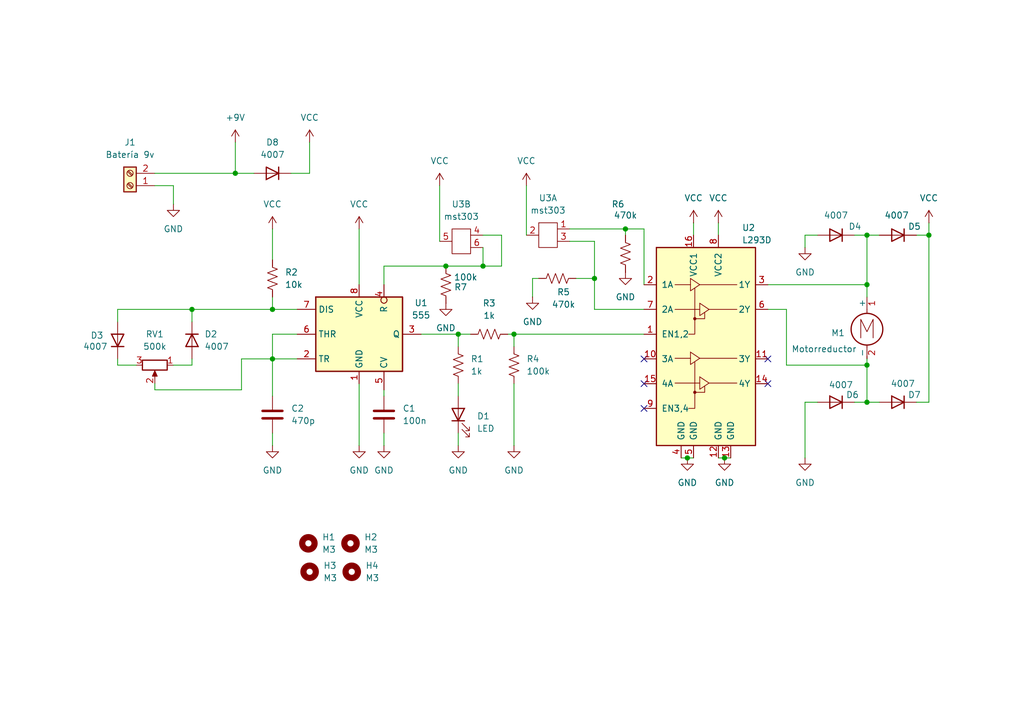
<source format=kicad_sch>
(kicad_sch (version 20250114) (generator "eeschema") (generator_version "9.0")
  (paper "A5")
  (lib_symbols
    (symbol "555_ordenado:555_wellOriented"
      (property "Reference" "U" (at 0 1.27 0))
      (property "Value" "555" (at 0 -0.762 0))
      (symbol "555_wellOriented_0_0"
        (pin power_in line (at 0 10.16 270) (length 2.54) (name "VCC") (number "8"))
        (pin power_in line (at 0 -10.16 90) (length 2.54) (name "GND") (number "1"))
      )
      (symbol "555_wellOriented_0_1"
        (rectangle (start -8.89 -7.62) (end 8.89 7.62) (stroke (width 0.254)) (fill (type background)))
        (rectangle (start -8.89 -7.62) (end 8.89 7.62) (stroke (width 0.254)) (fill (type background)))
      )
      (symbol "555_wellOriented_1_1"
        (pin input line (at -12.7 5.08 0) (length 3.81) (name "DIS") (number "7"))
        (pin input line (at -12.7 0 0) (length 3.81) (name "THR") (number "6"))
        (pin input line (at -12.7 -5.08 0) (length 3.81) (name "TR") (number "2"))
        (pin input inverted (at 5.08 10.16 270) (length 3.81) (name "R") (number "4"))
        (pin input line (at 5.08 -11.43 90) (length 3.81) (name "CV") (number "5"))
        (pin output line (at 12.7 0 180) (length 3.81) (name "Q") (number "3"))
      )
    )
    (symbol "6pdt-library:SW-onoffon-6p"
      (property "Reference" "U" (at 0 0 0))
      (symbol "SW-onoffon-6p_0_1"
        (rectangle (start -1.27 1.27) (end 2.54 -3.81))
      )
      (symbol "SW-onoffon-6p_1_1"
        (pin input line (at -3.81 -1.27 0) (length 2.54) (name "") (number "2"))
        (pin input line (at 5.08 0 180) (length 2.54) (name "") (number "1"))
        (pin input line (at 5.08 -2.54 180) (length 2.54) (name "") (number "3"))
      )
      (symbol "SW-onoffon-6p_2_1"
        (pin input line (at -3.81 -1.27 0) (length 2.54) (name "") (number "5"))
        (pin input line (at 5.08 0 180) (length 2.54) (name "") (number "4"))
        (pin input line (at 5.08 -2.54 180) (length 2.54) (name "") (number "6"))
      )
    )
    (symbol "Connector:Screw_Terminal_01x02" (pin_names (offset 1.016) (hide yes))
      (property "Reference" "J" (at 0 2.54 0))
      (property "Value" "Screw_Terminal_01x02" (at 0 -5.08 0))
      (symbol "Screw_Terminal_01x02_1_1"
        (rectangle (start -1.27 1.27) (end 1.27 -3.81) (stroke (width 0.254)) (fill (type background)))
        (polyline (pts (xy -0.5334 0.3302) (xy 0.3302 -0.508)) (stroke (width 0.1524)))
        (polyline (pts (xy -0.5334 -2.2098) (xy 0.3302 -3.048)) (stroke (width 0.1524)))
        (polyline (pts (xy -0.3556 0.508) (xy 0.508 -0.3302)) (stroke (width 0.1524)))
        (polyline (pts (xy -0.3556 -2.032) (xy 0.508 -2.8702)) (stroke (width 0.1524)))
        (circle (center 0 0) (radius 0.635) (stroke (width 0.1524)))
        (circle (center 0 -2.54) (radius 0.635) (stroke (width 0.1524)))
        (pin passive line (at -5.08 0 0) (length 3.81) (name "Pin_1") (number "1"))
        (pin passive line (at -5.08 -2.54 0) (length 3.81) (name "Pin_2") (number "2"))
      )
    )
    (symbol "Device:C" (pin_numbers (hide yes)) (pin_names (offset 0.254))
      (property "Reference" "C" (at 0.635 2.54 0))
      (property "Value" "C" (at 0.635 -2.54 0))
      (symbol "C_0_1"
        (polyline (pts (xy -2.032 0.762) (xy 2.032 0.762)) (stroke (width 0.508)))
        (polyline (pts (xy -2.032 -0.762) (xy 2.032 -0.762)) (stroke (width 0.508)))
      )
      (symbol "C_1_1"
        (pin passive line (at 0 3.81 270) (length 2.794) (name "~") (number "1"))
        (pin passive line (at 0 -3.81 90) (length 2.794) (name "~") (number "2"))
      )
    )
    (symbol "Device:LED" (pin_numbers (hide yes)) (pin_names (offset 1.016) (hide yes))
      (property "Reference" "D" (at 0 2.54 0))
      (property "Value" "LED" (at 0 -2.54 0))
      (symbol "LED_0_1"
        (polyline (pts (xy -3.048 -0.762) (xy -4.572 -2.286) (xy -3.81 -2.286) (xy -4.572 -2.286) (xy -4.572 -1.524)))
        (polyline (pts (xy -1.778 -0.762) (xy -3.302 -2.286) (xy -2.54 -2.286) (xy -3.302 -2.286) (xy -3.302 -1.524)))
        (polyline (pts (xy -1.27 0) (xy 1.27 0)))
        (polyline (pts (xy -1.27 -1.27) (xy -1.27 1.27)) (stroke (width 0.254)))
        (polyline (pts (xy 1.27 -1.27) (xy 1.27 1.27) (xy -1.27 0) (xy 1.27 -1.27)) (stroke (width 0.254)))
      )
      (symbol "LED_1_1"
        (pin passive line (at -3.81 0 0) (length 2.54) (name "K") (number "1"))
        (pin passive line (at 3.81 0 180) (length 2.54) (name "A") (number "2"))
      )
    )
    (symbol "Device:R_Potentiometer" (pin_names (offset 1.016) (hide yes))
      (property "Reference" "RV" (at -4.445 0 90))
      (property "Value" "R_Potentiometer" (at -2.54 0 90))
      (symbol "R_Potentiometer_0_1"
        (rectangle (start 1.016 2.54) (end -1.016 -2.54) (stroke (width 0.254)))
        (polyline (pts (xy 1.143 0) (xy 2.286 0.508) (xy 2.286 -0.508) (xy 1.143 0)) (fill (type outline)))
        (polyline (pts (xy 2.54 0) (xy 1.524 0)))
      )
      (symbol "R_Potentiometer_1_1"
        (pin passive line (at 0 3.81 270) (length 1.27) (name "1") (number "1"))
        (pin passive line (at 0 -3.81 90) (length 1.27) (name "3") (number "3"))
        (pin passive line (at 3.81 0 180) (length 1.27) (name "2") (number "2"))
      )
    )
    (symbol "Device:R_US" (pin_numbers (hide yes)) (pin_names (offset 0))
      (property "Reference" "R" (at 2.54 0 90))
      (property "Value" "R_US" (at -2.54 0 90))
      (symbol "R_US_0_1"
        (polyline (pts (xy 0 2.286) (xy 0 2.54)))
        (polyline (pts (xy 0 2.286) (xy 1.016 1.905) (xy 0 1.524) (xy -1.016 1.143) (xy 0 0.762)))
        (polyline (pts (xy 0 0.762) (xy 1.016 0.381) (xy 0 0) (xy -1.016 -0.381) (xy 0 -0.762)))
        (polyline (pts (xy 0 -0.762) (xy 1.016 -1.143) (xy 0 -1.524) (xy -1.016 -1.905) (xy 0 -2.286)))
        (polyline (pts (xy 0 -2.286) (xy 0 -2.54)))
      )
      (symbol "R_US_1_1"
        (pin passive line (at 0 3.81 270) (length 1.27) (name "~") (number "1"))
        (pin passive line (at 0 -3.81 90) (length 1.27) (name "~") (number "2"))
      )
    )
    (symbol "Diode:1N4148WT" (pin_numbers (hide yes)) (pin_names (hide yes))
      (property "Reference" "D" (at 0 2.54 0))
      (property "Value" "1N4148WT" (at 0 -2.54 0))
      (symbol "1N4148WT_0_1"
        (polyline (pts (xy -1.27 1.27) (xy -1.27 -1.27)) (stroke (width 0.254)))
        (polyline (pts (xy 1.27 1.27) (xy 1.27 -1.27) (xy -1.27 0) (xy 1.27 1.27)) (stroke (width 0.254)))
        (polyline (pts (xy 1.27 0) (xy -1.27 0)))
      )
      (symbol "1N4148WT_1_1"
        (pin passive line (at -3.81 0 0) (length 2.54) (name "K") (number "1"))
        (pin passive line (at 3.81 0 180) (length 2.54) (name "A") (number "2"))
      )
    )
    (symbol "Driver_Motor:L293D" (pin_names (offset 1.016))
      (property "Reference" "U" (at -5.08 26.035 0))
      (property "Value" "L293D" (at -5.08 24.13 0))
      (symbol "L293D_0_1"
        (rectangle (start -10.16 22.86) (end 10.16 -17.78) (stroke (width 0.254)) (fill (type background)))
        (polyline (pts (xy -6.35 15.24) (xy -3.175 15.24)))
        (polyline (pts (xy -6.35 10.16) (xy -1.27 10.16)))
        (polyline (pts (xy -6.35 0.127) (xy -3.175 0.127)))
        (polyline (pts (xy -6.35 -4.953) (xy -1.27 -4.953)))
        (polyline (pts (xy -3.175 16.51) (xy -3.175 13.97) (xy -1.27 15.24) (xy -3.175 16.51)))
        (polyline (pts (xy -3.175 1.397) (xy -3.175 -1.143) (xy -1.27 0.127) (xy -3.175 1.397)))
        (polyline (pts (xy -2.286 14.478) (xy -2.286 5.08) (xy -3.556 5.08)))
        (circle (center -2.286 8.255) (radius 0.254) (fill (type outline)))
        (polyline (pts (xy -2.286 8.255) (xy -0.254 8.255) (xy -0.254 9.525)))
        (polyline (pts (xy -2.286 -0.635) (xy -2.286 -10.16) (xy -3.556 -10.16)))
        (circle (center -2.286 -6.858) (radius 0.254) (fill (type outline)))
        (polyline (pts (xy -2.286 -6.858) (xy -0.254 -6.858) (xy -0.254 -5.588)))
        (polyline (pts (xy -1.27 15.24) (xy 6.35 15.24)))
        (polyline (pts (xy -1.27 11.43) (xy -1.27 8.89) (xy 0.635 10.16) (xy -1.27 11.43)))
        (polyline (pts (xy -1.27 0.127) (xy 6.35 0.127)))
        (polyline (pts (xy -1.27 -3.683) (xy -1.27 -6.223) (xy 0.635 -4.953) (xy -1.27 -3.683)))
        (polyline (pts (xy 0.635 10.16) (xy 6.35 10.16)))
        (polyline (pts (xy 0.635 -4.953) (xy 6.35 -4.953)))
      )
      (symbol "L293D_1_1"
        (pin input line (at -12.7 15.24 0) (length 2.54) (name "1A") (number "2"))
        (pin input line (at -12.7 10.16 0) (length 2.54) (name "2A") (number "7"))
        (pin input line (at -12.7 5.08 0) (length 2.54) (name "EN1,2") (number "1"))
        (pin input line (at -12.7 0 0) (length 2.54) (name "3A") (number "10"))
        (pin input line (at -12.7 -5.08 0) (length 2.54) (name "4A") (number "15"))
        (pin input line (at -12.7 -10.16 0) (length 2.54) (name "EN3,4") (number "9"))
        (pin power_in line (at -5.08 -20.32 90) (length 2.54) (name "GND") (number "4"))
        (pin power_in line (at -2.54 25.4 270) (length 2.54) (name "VCC1") (number "16"))
        (pin power_in line (at -2.54 -20.32 90) (length 2.54) (name "GND") (number "5"))
        (pin power_in line (at 2.54 25.4 270) (length 2.54) (name "VCC2") (number "8"))
        (pin power_in line (at 2.54 -20.32 90) (length 2.54) (name "GND") (number "12"))
        (pin power_in line (at 5.08 -20.32 90) (length 2.54) (name "GND") (number "13"))
        (pin output line (at 12.7 15.24 180) (length 2.54) (name "1Y") (number "3"))
        (pin output line (at 12.7 10.16 180) (length 2.54) (name "2Y") (number "6"))
        (pin output line (at 12.7 0 180) (length 2.54) (name "3Y") (number "11"))
        (pin output line (at 12.7 -5.08 180) (length 2.54) (name "4Y") (number "14"))
      )
    )
    (symbol "Mechanical:MountingHole" (pin_names (offset 1.016)) (in_bom no)
      (property "Reference" "H" (at 0 5.08 0))
      (property "Value" "MountingHole" (at 0 3.175 0))
      (symbol "MountingHole_0_1"
        (circle (center 0 0) (radius 1.27) (stroke (width 1.27)))
      )
    )
    (symbol "Motor:Motor_DC" (pin_names (offset 0))
      (property "Reference" "M" (at 2.54 2.54 0))
      (property "Value" "Motor_DC" (at 2.54 -5.08 0))
      (symbol "Motor_DC_0_0"
        (polyline (pts (xy -1.27 -3.302) (xy -1.27 0.508) (xy 0 -2.032) (xy 1.27 0.508) (xy 1.27 -3.302)))
      )
      (symbol "Motor_DC_0_1"
        (polyline (pts (xy 0 2.032) (xy 0 2.54)))
        (polyline (pts (xy 0 1.7272) (xy 0 2.0828)))
        (circle (center 0 -1.524) (radius 3.2512) (stroke (width 0.254)))
        (polyline (pts (xy 0 -4.7752) (xy 0 -5.1816)))
        (polyline (pts (xy 0 -7.62) (xy 0 -7.112)))
      )
      (symbol "Motor_DC_1_1"
        (pin passive line (at 0 5.08 270) (length 2.54) (name "+") (number "1"))
        (pin passive line (at 0 -7.62 90) (length 2.54) (name "-") (number "2"))
      )
    )
    (symbol "power:+9V" (power) (pin_numbers (hide yes)) (pin_names (offset 0) (hide yes))
      (property "Value" "+9V" (at 0 3.556 0))
      (symbol "+9V_0_1"
        (polyline (pts (xy -0.762 1.27) (xy 0 2.54)))
        (polyline (pts (xy 0 2.54) (xy 0.762 1.27)))
        (polyline (pts (xy 0 0) (xy 0 2.54)))
      )
      (symbol "+9V_1_1"
        (pin power_in line (at 0 0 90) (length 0) (name "~") (number "1"))
      )
    )
    (symbol "power:GND" (power) (pin_numbers (hide yes)) (pin_names (offset 0) (hide yes))
      (property "Value" "GND" (at 0 -3.81 0))
      (symbol "GND_0_1"
        (polyline (pts (xy 0 0) (xy 0 -1.27) (xy 1.27 -1.27) (xy 0 -2.54) (xy -1.27 -1.27) (xy 0 -1.27)))
      )
      (symbol "GND_1_1"
        (pin power_in line (at 0 0 270) (length 0) (name "~") (number "1"))
      )
    )
    (symbol "power:VCC" (power) (pin_numbers (hide yes)) (pin_names (offset 0) (hide yes))
      (property "Value" "VCC" (at 0 3.556 0))
      (symbol "VCC_0_1"
        (polyline (pts (xy -0.762 1.27) (xy 0 2.54)))
        (polyline (pts (xy 0 2.54) (xy 0.762 1.27)))
        (polyline (pts (xy 0 0) (xy 0 2.54)))
      )
      (symbol "VCC_1_1"
        (pin power_in line (at 0 0 90) (length 0) (name "~") (number "1"))
      )
    )
  )
  (junction (at 105.41 68.58))
  (junction (at 148.59 93.98))
  (junction (at 177.8 82.55))
  (junction (at 128.27 46.99))
  (junction (at 55.88 63.5))
  (junction (at 177.8 74.93))
  (junction (at 93.98 68.58))
  (junction (at 177.8 58.42))
  (junction (at 48.26 35.56))
  (junction (at 39.37 63.5))
  (junction (at 99.06 54.61))
  (junction (at 55.88 73.66))
  (junction (at 190.5 48.26))
  (junction (at 91.44 54.61))
  (junction (at 121.92 57.15))
  (junction (at 140.97 93.98))
  (junction (at 177.8 48.26))
  (no_connect (at 157.48 78.74))
  (no_connect (at 157.48 73.66))
  (no_connect (at 132.08 73.66))
  (no_connect (at 132.08 78.74))
  (no_connect (at 132.08 83.82))
  (wire (pts (xy 102.87 48.26) (xy 102.87 54.61)))
  (wire (pts (xy 60.96 68.58) (xy 55.88 68.58)))
  (wire (pts (xy 63.5 35.56) (xy 63.5 29.21)))
  (wire (pts (xy 48.26 35.56) (xy 48.26 29.21)))
  (wire (pts (xy 107.95 38.1) (xy 107.95 48.26)))
  (wire (pts (xy 78.74 88.9) (xy 78.74 91.44)))
  (wire (pts (xy 59.69 35.56) (xy 63.5 35.56)))
  (wire (pts (xy 31.75 80.01) (xy 31.75 78.74)))
  (wire (pts (xy 39.37 74.93) (xy 35.56 74.93)))
  (wire (pts (xy 105.41 71.12) (xy 105.41 68.58)))
  (wire (pts (xy 24.13 74.93) (xy 24.13 73.66)))
  (wire (pts (xy 52.07 35.56) (xy 48.26 35.56)))
  (wire (pts (xy 147.32 93.98) (xy 148.59 93.98)))
  (wire (pts (xy 109.22 60.96) (xy 109.22 57.15)))
  (wire (pts (xy 86.36 68.58) (xy 93.98 68.58)))
  (wire (pts (xy 73.66 78.74) (xy 73.66 91.44)))
  (wire (pts (xy 24.13 63.5) (xy 24.13 66.04)))
  (wire (pts (xy 102.87 54.61) (xy 99.06 54.61)))
  (wire (pts (xy 31.75 38.1) (xy 35.56 38.1)))
  (wire (pts (xy 161.29 63.5) (xy 161.29 74.93)))
  (wire (pts (xy 39.37 63.5) (xy 39.37 66.04)))
  (wire (pts (xy 157.48 58.42) (xy 177.8 58.42)))
  (wire (pts (xy 39.37 73.66) (xy 39.37 74.93)))
  (wire (pts (xy 180.34 82.55) (xy 177.8 82.55)))
  (wire (pts (xy 128.27 46.99) (xy 116.84 46.99)))
  (wire (pts (xy 60.96 63.5) (xy 55.88 63.5)))
  (wire (pts (xy 99.06 54.61) (xy 91.44 54.61)))
  (wire (pts (xy 99.06 48.26) (xy 102.87 48.26)))
  (wire (pts (xy 93.98 88.9) (xy 93.98 91.44)))
  (wire (pts (xy 93.98 71.12) (xy 93.98 68.58)))
  (wire (pts (xy 128.27 46.99) (xy 128.27 48.26)))
  (wire (pts (xy 187.96 48.26) (xy 190.5 48.26)))
  (wire (pts (xy 142.24 45.72) (xy 142.24 48.26)))
  (wire (pts (xy 55.88 60.96) (xy 55.88 63.5)))
  (wire (pts (xy 55.88 73.66) (xy 49.53 73.66)))
  (wire (pts (xy 177.8 58.42) (xy 177.8 60.96)))
  (wire (pts (xy 78.74 81.28) (xy 78.74 80.01)))
  (wire (pts (xy 49.53 80.01) (xy 31.75 80.01)))
  (wire (pts (xy 165.1 48.26) (xy 165.1 50.8)))
  (wire (pts (xy 177.8 48.26) (xy 177.8 58.42)))
  (wire (pts (xy 175.26 48.26) (xy 177.8 48.26)))
  (wire (pts (xy 177.8 48.26) (xy 180.34 48.26)))
  (wire (pts (xy 93.98 68.58) (xy 96.52 68.58)))
  (wire (pts (xy 190.5 48.26) (xy 190.5 82.55)))
  (wire (pts (xy 78.74 58.42) (xy 78.74 54.61)))
  (wire (pts (xy 165.1 82.55) (xy 167.64 82.55)))
  (wire (pts (xy 175.26 82.55) (xy 177.8 82.55)))
  (wire (pts (xy 187.96 82.55) (xy 190.5 82.55)))
  (wire (pts (xy 39.37 63.5) (xy 55.88 63.5)))
  (wire (pts (xy 190.5 45.72) (xy 190.5 48.26)))
  (wire (pts (xy 121.92 49.53) (xy 116.84 49.53)))
  (wire (pts (xy 118.11 57.15) (xy 121.92 57.15)))
  (wire (pts (xy 140.97 93.98) (xy 142.24 93.98)))
  (wire (pts (xy 55.88 46.99) (xy 55.88 53.34)))
  (wire (pts (xy 132.08 58.42) (xy 132.08 46.99)))
  (wire (pts (xy 109.22 57.15) (xy 110.49 57.15)))
  (wire (pts (xy 90.17 38.1) (xy 90.17 49.53)))
  (wire (pts (xy 121.92 49.53) (xy 121.92 57.15)))
  (wire (pts (xy 49.53 73.66) (xy 49.53 80.01)))
  (wire (pts (xy 177.8 74.93) (xy 177.8 82.55)))
  (wire (pts (xy 140.97 93.98) (xy 139.7 93.98)))
  (wire (pts (xy 73.66 46.99) (xy 73.66 58.42)))
  (wire (pts (xy 121.92 63.5) (xy 132.08 63.5)))
  (wire (pts (xy 55.88 81.28) (xy 55.88 73.66)))
  (wire (pts (xy 55.88 73.66) (xy 60.96 73.66)))
  (wire (pts (xy 177.8 73.66) (xy 177.8 74.93)))
  (wire (pts (xy 148.59 93.98) (xy 149.86 93.98)))
  (wire (pts (xy 104.14 68.58) (xy 105.41 68.58)))
  (wire (pts (xy 105.41 68.58) (xy 132.08 68.58)))
  (wire (pts (xy 31.75 35.56) (xy 48.26 35.56)))
  (wire (pts (xy 167.64 48.26) (xy 165.1 48.26)))
  (wire (pts (xy 27.94 74.93) (xy 24.13 74.93)))
  (wire (pts (xy 91.44 54.61) (xy 78.74 54.61)))
  (wire (pts (xy 165.1 93.98) (xy 165.1 82.55)))
  (wire (pts (xy 99.06 50.8) (xy 99.06 54.61)))
  (wire (pts (xy 121.92 57.15) (xy 121.92 63.5)))
  (wire (pts (xy 132.08 46.99) (xy 128.27 46.99)))
  (wire (pts (xy 157.48 63.5) (xy 161.29 63.5)))
  (wire (pts (xy 93.98 81.28) (xy 93.98 78.74)))
  (wire (pts (xy 105.41 78.74) (xy 105.41 91.44)))
  (wire (pts (xy 161.29 74.93) (xy 177.8 74.93)))
  (wire (pts (xy 55.88 88.9) (xy 55.88 91.44)))
  (wire (pts (xy 55.88 68.58) (xy 55.88 73.66)))
  (wire (pts (xy 35.56 38.1) (xy 35.56 41.91)))
  (wire (pts (xy 24.13 63.5) (xy 39.37 63.5)))
  (wire (pts (xy 147.32 45.72) (xy 147.32 48.26)))
  (symbol (lib_id "Device:R_US") (at 93.98 74.93 0) (unit 1)
    (property "Reference" "R1" (at 96.52 73.6599 0) (effects (justify left)))
    (property "Value" "1k" (at 96.52 76.1999 0) (effects (justify left)))
    (property "Footprint" "Resistor_THT:R_Axial_DIN0207_L6.3mm_D2.5mm_P10.16mm_Horizontal" (effects (hide yes)))
    (property "Description" "Resistor, US symbol" (effects (hide yes)))
  )
  (symbol (lib_id "power:VCC") (at 63.5 29.21 0) (unit 1)
    (property "Reference" "#PWR021" (effects (hide yes)))
    (property "Value" "VCC" (at 63.5 24.13 0))
    (property "Description" "Power symbol creates a global label with name \"VCC\"" (effects (hide yes)))
  )
  (symbol (lib_id "power:VCC") (at 107.95 38.1 0) (unit 1)
    (property "Reference" "#PWR026" (effects (hide yes)))
    (property "Value" "VCC" (at 107.95 33.02 0))
    (property "Description" "Power symbol creates a global label with name \"VCC\"" (effects (hide yes)))
  )
  (symbol (lib_id "Diode:1N4148WT") (at 184.15 82.55 0) (mirror y) (unit 1)
    (property "Reference" "D7" (at 186.182 81.026 0) (effects (justify right)))
    (property "Value" "4007" (at 182.626 78.74 0) (effects (justify right)))
    (property "Footprint" "Diode_THT:D_A-405_P10.16mm_Horizontal" (effects (hide yes)))
    (property "Datasheet" "https://www.diodes.com/assets/Datasheets/ds30396.pdf" (effects (hide yes)))
    (property "Description" "75V 0.15A Fast switching Diode, SOD-523" (effects (hide yes)))
    (property "Sim.Device" "D" (effects (hide yes)))
    (property "Sim.Pins" "1=K 2=A" (effects (hide yes)))
  )
  (symbol (lib_id "power:+9V") (at 48.26 29.21 0) (unit 1)
    (property "Reference" "#PWR02" (effects (hide yes)))
    (property "Value" "+9V" (at 48.26 24.13 0))
    (property "Description" "Power symbol creates a global label with name \"+9V\"" (effects (hide yes)))
  )
  (symbol (lib_id "power:GND") (at 78.74 91.44 0) (unit 1)
    (property "Reference" "#PWR04" (effects (hide yes)))
    (property "Value" "GND" (at 78.74 96.52 0))
    (property "Description" "Power symbol creates a global label with name \"GND\" , ground" (effects (hide yes)))
  )
  (symbol (lib_id "Connector:Screw_Terminal_01x02") (at 26.67 38.1 180) (unit 1)
    (property "Reference" "J1" (at 26.67 29.21 0))
    (property "Value" "Batería 9v" (at 26.67 31.75 0))
    (property "Footprint" "TerminalBlock:TerminalBlock_MaiXu_MX126-5.0-02P_1x02_P5.00mm" (effects (hide yes)))
    (property "Description" "Generic screw terminal, single row, 01x02, script generated (kicad-library-utils/schlib/autogen/connector/)" (effects (hide yes)))
  )
  (symbol (lib_id "power:VCC") (at 142.24 45.72 0) (unit 1)
    (property "Reference" "#PWR028" (effects (hide yes)))
    (property "Value" "VCC" (at 142.24 40.64 0))
    (property "Description" "Power symbol creates a global label with name \"VCC\"" (effects (hide yes)))
  )
  (symbol (lib_id "Device:C") (at 55.88 85.09 0) (unit 1)
    (property "Reference" "C2" (at 59.69 83.8199 0) (effects (justify left)))
    (property "Value" "470p" (at 59.69 86.3599 0) (effects (justify left)))
    (property "Footprint" "Capacitor_THT:C_Disc_D5.1mm_W3.2mm_P5.00mm" (effects (hide yes)))
    (property "Description" "Unpolarized capacitor" (effects (hide yes)))
  )
  (symbol (lib_id "Driver_Motor:L293D") (at 144.78 73.66 0) (unit 1)
    (property "Reference" "U2" (at 152.146 46.736 0) (effects (justify left)))
    (property "Value" "L293D" (at 152.146 49.276 0) (effects (justify left)))
    (property "Footprint" "Package_DIP:DIP-16_W7.62mm" (effects (hide yes)))
    (property "Datasheet" "http://www.ti.com/lit/ds/symlink/l293.pdf" (effects (hide yes)))
    (property "Description" "Quadruple Half-H Drivers" (effects (hide yes)))
  )
  (symbol (lib_id "power:VCC") (at 147.32 45.72 0) (unit 1)
    (property "Reference" "#PWR027" (effects (hide yes)))
    (property "Value" "VCC" (at 147.32 40.64 0))
    (property "Description" "Power symbol creates a global label with name \"VCC\"" (effects (hide yes)))
  )
  (symbol (lib_id "power:VCC") (at 55.88 46.99 0) (unit 1)
    (property "Reference" "#PWR023" (effects (hide yes)))
    (property "Value" "VCC" (at 55.88 41.91 0))
    (property "Description" "Power symbol creates a global label with name \"VCC\"" (effects (hide yes)))
  )
  (symbol (lib_id "power:GND") (at 165.1 93.98 0) (unit 1)
    (property "Reference" "#PWR010" (effects (hide yes)))
    (property "Value" "GND" (at 165.1 99.06 0))
    (property "Description" "Power symbol creates a global label with name \"GND\" , ground" (effects (hide yes)))
  )
  (symbol (lib_id "6pdt-library:SW-onoffon-6p") (at 111.76 46.99 0) (unit 1)
    (property "Reference" "U3" (at 112.395 40.64 0))
    (property "Value" "mst303" (at 112.395 43.18 0))
    (property "Footprint" "Connector_PinHeader_2.54mm:PinHeader_2x03_P2.54mm_Vertical" (effects (hide yes)))
  )
  (symbol (lib_id "Device:LED") (at 93.98 85.09 90) (unit 1)
    (property "Reference" "D1" (at 97.79 85.4074 90) (effects (justify right)))
    (property "Value" "LED" (at 97.79 87.9474 90) (effects (justify right)))
    (property "Footprint" "LED_THT:LED_D3.0mm_Clear" (effects (hide yes)))
    (property "Description" "Light emitting diode" (effects (hide yes)))
    (property "Sim.Pins" "1=K 2=A" (effects (hide yes)))
  )
  (symbol (lib_id "power:GND") (at 93.98 91.44 0) (unit 1)
    (property "Reference" "#PWR01" (effects (hide yes)))
    (property "Value" "GND" (at 93.98 96.52 0))
    (property "Description" "Power symbol creates a global label with name \"GND\" , ground" (effects (hide yes)))
  )
  (symbol (lib_id "power:GND") (at 165.1 50.8 0) (unit 1)
    (property "Reference" "#PWR017" (effects (hide yes)))
    (property "Value" "GND" (at 165.1 55.88 0))
    (property "Description" "Power symbol creates a global label with name \"GND\" , ground" (effects (hide yes)))
  )
  (symbol (lib_id "Device:C") (at 78.74 85.09 0) (unit 1)
    (property "Reference" "C1" (at 82.55 83.8199 0) (effects (justify left)))
    (property "Value" "100n" (at 82.55 86.3599 0) (effects (justify left)))
    (property "Footprint" "Capacitor_THT:C_Disc_D5.0mm_W2.5mm_P2.50mm" (effects (hide yes)))
    (property "Description" "Unpolarized capacitor" (effects (hide yes)))
  )
  (symbol (lib_id "Mechanical:MountingHole") (at 63.5 117.348 0) (unit 1) (in_bom no)
    (property "Reference" "H3" (at 66.294 116.0779 0) (effects (justify left)))
    (property "Value" "M3" (at 66.294 118.6179 0) (effects (justify left)))
    (property "Footprint" "MountingHole:MountingHole_3.2mm_M3" (effects (hide yes)))
    (property "Description" "Mounting Hole without connection" (effects (hide yes)))
  )
  (symbol (lib_id "Diode:1N4148WT") (at 55.88 35.56 180) (unit 1)
    (property "Reference" "D8" (at 55.88 29.21 0))
    (property "Value" "4007" (at 55.88 31.75 0))
    (property "Footprint" "Diode_THT:D_A-405_P10.16mm_Horizontal" (effects (hide yes)))
    (property "Datasheet" "https://www.diodes.com/assets/Datasheets/ds30396.pdf" (effects (hide yes)))
    (property "Description" "75V 0.15A Fast switching Diode, SOD-523" (effects (hide yes)))
    (property "Sim.Device" "D" (effects (hide yes)))
    (property "Sim.Pins" "1=K 2=A" (effects (hide yes)))
  )
  (symbol (lib_id "Diode:1N4148WT") (at 171.45 82.55 0) (mirror y) (unit 1)
    (property "Reference" "D6" (at 173.482 81.026 0) (effects (justify right)))
    (property "Value" "4007" (at 169.926 78.994 0) (effects (justify right)))
    (property "Footprint" "Diode_THT:D_A-405_P10.16mm_Horizontal" (effects (hide yes)))
    (property "Datasheet" "https://www.diodes.com/assets/Datasheets/ds30396.pdf" (effects (hide yes)))
    (property "Description" "75V 0.15A Fast switching Diode, SOD-523" (effects (hide yes)))
    (property "Sim.Device" "D" (effects (hide yes)))
    (property "Sim.Pins" "1=K 2=A" (effects (hide yes)))
  )
  (symbol (lib_id "power:VCC") (at 190.5 45.72 0) (unit 1)
    (property "Reference" "#PWR029" (effects (hide yes)))
    (property "Value" "VCC" (at 190.5 40.64 0))
    (property "Description" "Power symbol creates a global label with name \"VCC\"" (effects (hide yes)))
  )
  (symbol (lib_id "Device:R_US") (at 105.41 74.93 0) (unit 1)
    (property "Reference" "R4" (at 107.95 73.6599 0) (effects (justify left)))
    (property "Value" "100k" (at 107.95 76.1999 0) (effects (justify left)))
    (property "Footprint" "Resistor_THT:R_Axial_DIN0207_L6.3mm_D2.5mm_P10.16mm_Horizontal" (effects (hide yes)))
    (property "Description" "Resistor, US symbol" (effects (hide yes)))
  )
  (symbol (lib_id "power:GND") (at 105.41 91.44 0) (unit 1)
    (property "Reference" "#PWR08" (effects (hide yes)))
    (property "Value" "GND" (at 105.41 96.52 0))
    (property "Description" "Power symbol creates a global label with name \"GND\" , ground" (effects (hide yes)))
  )
  (symbol (lib_id "Device:R_US") (at 55.88 57.15 0) (unit 1)
    (property "Reference" "R2" (at 58.42 55.8799 0) (effects (justify left)))
    (property "Value" "10k" (at 58.42 58.4199 0) (effects (justify left)))
    (property "Footprint" "Resistor_THT:R_Axial_DIN0207_L6.3mm_D2.5mm_P10.16mm_Horizontal" (effects (hide yes)))
    (property "Description" "Resistor, US symbol" (effects (hide yes)))
  )
  (symbol (lib_id "Diode:1N4148WT") (at 171.45 48.26 0) (mirror y) (unit 1)
    (property "Reference" "D4" (at 173.99 46.482 0) (effects (justify right)))
    (property "Value" "4007" (at 168.91 44.196 0) (effects (justify right)))
    (property "Footprint" "Diode_THT:D_A-405_P10.16mm_Horizontal" (effects (hide yes)))
    (property "Datasheet" "https://www.diodes.com/assets/Datasheets/ds30396.pdf" (effects (hide yes)))
    (property "Description" "75V 0.15A Fast switching Diode, SOD-523" (effects (hide yes)))
    (property "Sim.Device" "D" (effects (hide yes)))
    (property "Sim.Pins" "1=K 2=A" (effects (hide yes)))
  )
  (symbol (lib_id "power:GND") (at 140.97 93.98 0) (unit 1)
    (property "Reference" "#PWR019" (effects (hide yes)))
    (property "Value" "GND" (at 140.97 99.06 0))
    (property "Description" "Power symbol creates a global label with name \"GND\" , ground" (effects (hide yes)))
  )
  (symbol (lib_id "power:GND") (at 109.22 60.96 0) (unit 1)
    (property "Reference" "#PWR015" (effects (hide yes)))
    (property "Value" "GND" (at 109.22 66.04 0))
    (property "Description" "Power symbol creates a global label with name \"GND\" , ground" (effects (hide yes)))
  )
  (symbol (lib_id "Device:R_Potentiometer") (at 31.75 74.93 270) (unit 1)
    (property "Reference" "RV1" (at 31.75 68.58 90))
    (property "Value" "500k" (at 31.75 71.12 90))
    (property "Footprint" "Potentiometer_THT:Potentiometer_Omeg_PC16BU_Vertical" (effects (hide yes)))
    (property "Description" "Potentiometer" (effects (hide yes)))
  )
  (symbol (lib_id "power:GND") (at 73.66 91.44 0) (unit 1)
    (property "Reference" "#PWR03" (effects (hide yes)))
    (property "Value" "GND" (at 73.66 96.52 0))
    (property "Description" "Power symbol creates a global label with name \"GND\" , ground" (effects (hide yes)))
  )
  (symbol (lib_id "power:GND") (at 91.44 62.23 0) (unit 1)
    (property "Reference" "#PWR018" (effects (hide yes)))
    (property "Value" "GND" (at 91.44 67.31 0))
    (property "Description" "Power symbol creates a global label with name \"GND\" , ground" (effects (hide yes)))
  )
  (symbol (lib_id "Device:R_US") (at 100.33 68.58 90) (unit 1)
    (property "Reference" "R3" (at 100.33 62.23 90))
    (property "Value" "1k" (at 100.33 64.77 90))
    (property "Footprint" "Resistor_THT:R_Axial_DIN0207_L6.3mm_D2.5mm_P10.16mm_Horizontal" (effects (hide yes)))
    (property "Description" "Resistor, US symbol" (effects (hide yes)))
  )
  (symbol (lib_id "power:GND") (at 148.59 93.98 0) (unit 1)
    (property "Reference" "#PWR020" (effects (hide yes)))
    (property "Value" "GND" (at 148.59 99.06 0))
    (property "Description" "Power symbol creates a global label with name \"GND\" , ground" (effects (hide yes)))
  )
  (symbol (lib_id "Mechanical:MountingHole") (at 72.136 117.348 0) (unit 1) (in_bom no)
    (property "Reference" "H4" (at 74.93 116.0779 0) (effects (justify left)))
    (property "Value" "M3" (at 74.93 118.6179 0) (effects (justify left)))
    (property "Footprint" "MountingHole:MountingHole_3.2mm_M3" (effects (hide yes)))
    (property "Description" "Mounting Hole without connection" (effects (hide yes)))
  )
  (symbol (lib_id "Device:R_US") (at 128.27 52.07 180) (unit 1)
    (property "Reference" "R6" (at 126.746 41.91 0))
    (property "Value" "470k" (at 128.27 44.196 0))
    (property "Footprint" "Resistor_THT:R_Axial_DIN0207_L6.3mm_D2.5mm_P10.16mm_Horizontal" (effects (hide yes)))
    (property "Description" "Resistor, US symbol" (effects (hide yes)))
  )
  (symbol (lib_id "power:GND") (at 55.88 91.44 0) (unit 1)
    (property "Reference" "#PWR07" (effects (hide yes)))
    (property "Value" "GND" (at 55.88 96.52 0))
    (property "Description" "Power symbol creates a global label with name \"GND\" , ground" (effects (hide yes)))
  )
  (symbol (lib_id "Motor:Motor_DC") (at 177.8 66.04 0) (unit 1)
    (property "Reference" "M1" (at 170.434 68.326 0) (effects (justify left)))
    (property "Value" "Motorreductor" (at 162.306 71.628 0) (effects (justify left)))
    (property "Footprint" "TerminalBlock:TerminalBlock_MaiXu_MX126-5.0-02P_1x02_P5.00mm" (effects (hide yes)))
    (property "Description" "DC Motor" (effects (hide yes)))
  )
  (symbol (lib_id "power:VCC") (at 73.66 46.99 0) (unit 1)
    (property "Reference" "#PWR024" (effects (hide yes)))
    (property "Value" "VCC" (at 73.66 41.91 0))
    (property "Description" "Power symbol creates a global label with name \"VCC\"" (effects (hide yes)))
  )
  (symbol (lib_id "6pdt-library:SW-onoffon-6p") (at 93.98 48.26 0) (unit 2)
    (property "Reference" "U3" (at 94.615 41.91 0))
    (property "Value" "mst303" (at 94.615 44.45 0))
    (property "Footprint" "Connector_PinHeader_2.54mm:PinHeader_2x03_P2.54mm_Vertical" (effects (hide yes)))
  )
  (symbol (lib_id "power:GND") (at 35.56 41.91 0) (unit 1)
    (property "Reference" "#PWR022" (effects (hide yes)))
    (property "Value" "GND" (at 35.56 46.99 0))
    (property "Description" "Power symbol creates a global label with name \"GND\" , ground" (effects (hide yes)))
  )
  (symbol (lib_id "Diode:1N4148WT") (at 24.13 69.85 90) (unit 1)
    (property "Reference" "D3" (at 18.542 68.834 90) (effects (justify right)))
    (property "Value" "4007" (at 17.018 71.12 90) (effects (justify right)))
    (property "Footprint" "Diode_THT:D_A-405_P10.16mm_Horizontal" (effects (hide yes)))
    (property "Datasheet" "https://www.diodes.com/assets/Datasheets/ds30396.pdf" (effects (hide yes)))
    (property "Description" "75V 0.15A Fast switching Diode, SOD-523" (effects (hide yes)))
    (property "Sim.Device" "D" (effects (hide yes)))
    (property "Sim.Pins" "1=K 2=A" (effects (hide yes)))
  )
  (symbol (lib_id "Diode:1N4148WT") (at 184.15 48.26 0) (mirror y) (unit 1)
    (property "Reference" "D5" (at 186.182 46.482 0) (effects (justify right)))
    (property "Value" "4007" (at 181.356 44.196 0) (effects (justify right)))
    (property "Footprint" "Diode_THT:D_A-405_P10.16mm_Horizontal" (effects (hide yes)))
    (property "Datasheet" "https://www.diodes.com/assets/Datasheets/ds30396.pdf" (effects (hide yes)))
    (property "Description" "75V 0.15A Fast switching Diode, SOD-523" (effects (hide yes)))
    (property "Sim.Device" "D" (effects (hide yes)))
    (property "Sim.Pins" "1=K 2=A" (effects (hide yes)))
  )
  (symbol (lib_id "Device:R_US") (at 114.3 57.15 90) (unit 1)
    (property "Reference" "R5" (at 115.57 59.944 90))
    (property "Value" "470k" (at 115.57 62.484 90))
    (property "Footprint" "Resistor_THT:R_Axial_DIN0207_L6.3mm_D2.5mm_P10.16mm_Horizontal" (effects (hide yes)))
    (property "Description" "Resistor, US symbol" (effects (hide yes)))
  )
  (symbol (lib_id "Diode:1N4148WT") (at 39.37 69.85 270) (unit 1)
    (property "Reference" "D2" (at 41.91 68.5799 90) (effects (justify left)))
    (property "Value" "4007" (at 41.91 71.1199 90) (effects (justify left)))
    (property "Footprint" "Diode_THT:D_A-405_P10.16mm_Horizontal" (effects (hide yes)))
    (property "Datasheet" "https://www.diodes.com/assets/Datasheets/ds30396.pdf" (effects (hide yes)))
    (property "Description" "75V 0.15A Fast switching Diode, SOD-523" (effects (hide yes)))
    (property "Sim.Device" "D" (effects (hide yes)))
    (property "Sim.Pins" "1=K 2=A" (effects (hide yes)))
  )
  (symbol (lib_id "555_ordenado:555_wellOriented") (at 73.66 68.58 0) (unit 1)
    (property "Reference" "U1" (at 86.36 62.1598 0))
    (property "Value" "555" (at 86.36 64.6998 0))
    (property "Footprint" "Package_DIP:DIP-8_W7.62mm_Socket_LongPads" (effects (hide yes)))
  )
  (symbol (lib_id "Mechanical:MountingHole") (at 63.246 111.506 0) (unit 1) (in_bom no)
    (property "Reference" "H1" (at 66.04 110.2359 0) (effects (justify left)))
    (property "Value" "M3" (at 66.04 112.7759 0) (effects (justify left)))
    (property "Footprint" "MountingHole:MountingHole_3.2mm_M3" (effects (hide yes)))
    (property "Description" "Mounting Hole without connection" (effects (hide yes)))
  )
  (symbol (lib_id "Device:R_US") (at 91.44 58.42 180) (unit 1)
    (property "Reference" "R7" (at 94.488 58.928 0))
    (property "Value" "100k" (at 95.504 56.896 0))
    (property "Footprint" "Resistor_THT:R_Axial_DIN0207_L6.3mm_D2.5mm_P10.16mm_Horizontal" (effects (hide yes)))
    (property "Description" "Resistor, US symbol" (effects (hide yes)))
  )
  (symbol (lib_id "Mechanical:MountingHole") (at 71.882 111.506 0) (unit 1) (in_bom no)
    (property "Reference" "H2" (at 74.676 110.2359 0) (effects (justify left)))
    (property "Value" "M3" (at 74.676 112.7759 0) (effects (justify left)))
    (property "Footprint" "MountingHole:MountingHole_3.2mm_M3" (effects (hide yes)))
    (property "Description" "Mounting Hole without connection" (effects (hide yes)))
  )
  (symbol (lib_id "power:VCC") (at 90.17 38.1 0) (unit 1)
    (property "Reference" "#PWR025" (effects (hide yes)))
    (property "Value" "VCC" (at 90.17 33.02 0))
    (property "Description" "Power symbol creates a global label with name \"VCC\"" (effects (hide yes)))
  )
  (symbol (lib_id "power:GND") (at 128.27 55.88 0) (unit 1)
    (property "Reference" "#PWR09" (effects (hide yes)))
    (property "Value" "GND" (at 128.27 60.96 0))
    (property "Description" "Power symbol creates a global label with name \"GND\" , ground" (effects (hide yes)))
  )
)
</source>
